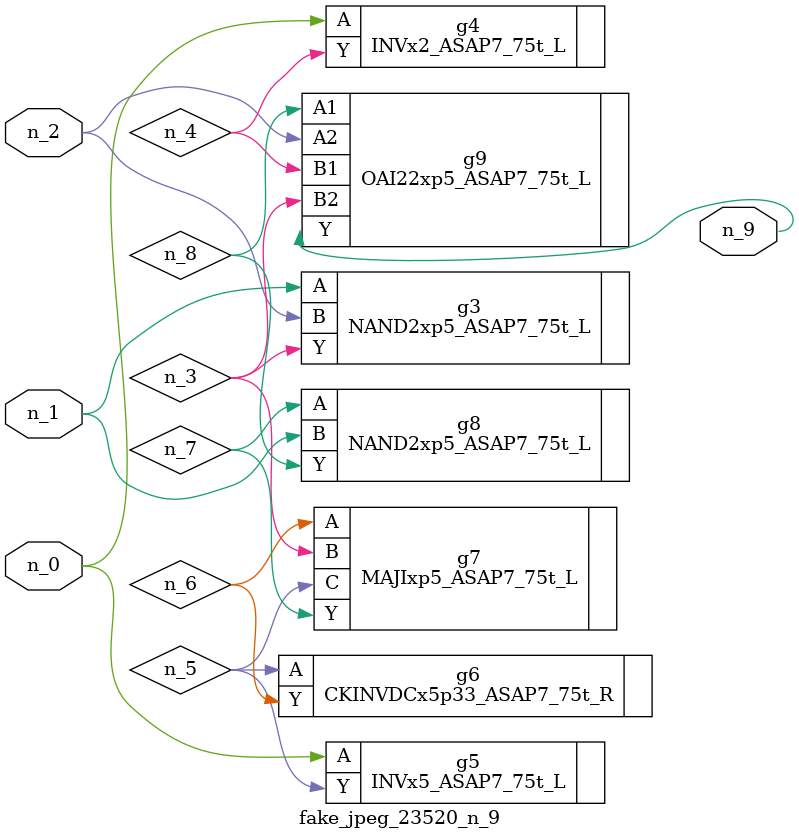
<source format=v>
module fake_jpeg_23520_n_9 (n_0, n_2, n_1, n_9);

input n_0;
input n_2;
input n_1;

output n_9;

wire n_3;
wire n_4;
wire n_8;
wire n_6;
wire n_5;
wire n_7;

NAND2xp5_ASAP7_75t_L g3 ( 
.A(n_1),
.B(n_2),
.Y(n_3)
);

INVx2_ASAP7_75t_L g4 ( 
.A(n_0),
.Y(n_4)
);

INVx5_ASAP7_75t_L g5 ( 
.A(n_0),
.Y(n_5)
);

CKINVDCx5p33_ASAP7_75t_R g6 ( 
.A(n_5),
.Y(n_6)
);

MAJIxp5_ASAP7_75t_L g7 ( 
.A(n_6),
.B(n_3),
.C(n_5),
.Y(n_7)
);

NAND2xp5_ASAP7_75t_L g8 ( 
.A(n_7),
.B(n_1),
.Y(n_8)
);

OAI22xp5_ASAP7_75t_L g9 ( 
.A1(n_8),
.A2(n_2),
.B1(n_4),
.B2(n_3),
.Y(n_9)
);


endmodule
</source>
